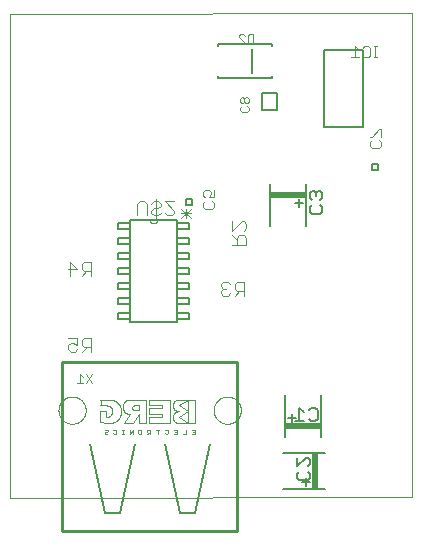
<source format=gbo>
G75*
%MOIN*%
%OFA0B0*%
%FSLAX25Y25*%
%IPPOS*%
%LPD*%
%AMOC8*
5,1,8,0,0,1.08239X$1,22.5*
%
%ADD10C,0.00000*%
%ADD11C,0.00800*%
%ADD12C,0.00700*%
%ADD13R,0.12500X0.01875*%
%ADD14R,0.01875X0.12500*%
%ADD15C,0.00500*%
%ADD16C,0.00400*%
%ADD17C,0.00300*%
%ADD18C,0.00600*%
%ADD19C,0.01000*%
%ADD20C,0.00200*%
%ADD21C,0.00100*%
D10*
X0002200Y0012366D02*
X0002200Y0173783D01*
X0136255Y0173980D01*
X0136255Y0012563D01*
X0002200Y0012366D01*
X0018341Y0041618D02*
X0018343Y0041752D01*
X0018349Y0041886D01*
X0018359Y0042020D01*
X0018373Y0042154D01*
X0018391Y0042287D01*
X0018412Y0042419D01*
X0018438Y0042551D01*
X0018468Y0042682D01*
X0018501Y0042812D01*
X0018538Y0042940D01*
X0018580Y0043068D01*
X0018624Y0043195D01*
X0018673Y0043320D01*
X0018725Y0043443D01*
X0018781Y0043565D01*
X0018841Y0043686D01*
X0018904Y0043804D01*
X0018970Y0043921D01*
X0019040Y0044035D01*
X0019113Y0044148D01*
X0019190Y0044258D01*
X0019270Y0044366D01*
X0019353Y0044471D01*
X0019439Y0044574D01*
X0019528Y0044674D01*
X0019620Y0044772D01*
X0019715Y0044867D01*
X0019813Y0044959D01*
X0019913Y0045048D01*
X0020016Y0045134D01*
X0020121Y0045217D01*
X0020229Y0045297D01*
X0020339Y0045374D01*
X0020452Y0045447D01*
X0020566Y0045517D01*
X0020683Y0045583D01*
X0020801Y0045646D01*
X0020922Y0045706D01*
X0021044Y0045762D01*
X0021167Y0045814D01*
X0021292Y0045863D01*
X0021419Y0045907D01*
X0021547Y0045949D01*
X0021675Y0045986D01*
X0021805Y0046019D01*
X0021936Y0046049D01*
X0022068Y0046075D01*
X0022200Y0046096D01*
X0022333Y0046114D01*
X0022467Y0046128D01*
X0022601Y0046138D01*
X0022735Y0046144D01*
X0022869Y0046146D01*
X0023003Y0046144D01*
X0023137Y0046138D01*
X0023271Y0046128D01*
X0023405Y0046114D01*
X0023538Y0046096D01*
X0023670Y0046075D01*
X0023802Y0046049D01*
X0023933Y0046019D01*
X0024063Y0045986D01*
X0024191Y0045949D01*
X0024319Y0045907D01*
X0024446Y0045863D01*
X0024571Y0045814D01*
X0024694Y0045762D01*
X0024816Y0045706D01*
X0024937Y0045646D01*
X0025055Y0045583D01*
X0025172Y0045517D01*
X0025286Y0045447D01*
X0025399Y0045374D01*
X0025509Y0045297D01*
X0025617Y0045217D01*
X0025722Y0045134D01*
X0025825Y0045048D01*
X0025925Y0044959D01*
X0026023Y0044867D01*
X0026118Y0044772D01*
X0026210Y0044674D01*
X0026299Y0044574D01*
X0026385Y0044471D01*
X0026468Y0044366D01*
X0026548Y0044258D01*
X0026625Y0044148D01*
X0026698Y0044035D01*
X0026768Y0043921D01*
X0026834Y0043804D01*
X0026897Y0043686D01*
X0026957Y0043565D01*
X0027013Y0043443D01*
X0027065Y0043320D01*
X0027114Y0043195D01*
X0027158Y0043068D01*
X0027200Y0042940D01*
X0027237Y0042812D01*
X0027270Y0042682D01*
X0027300Y0042551D01*
X0027326Y0042419D01*
X0027347Y0042287D01*
X0027365Y0042154D01*
X0027379Y0042020D01*
X0027389Y0041886D01*
X0027395Y0041752D01*
X0027397Y0041618D01*
X0027395Y0041484D01*
X0027389Y0041350D01*
X0027379Y0041216D01*
X0027365Y0041082D01*
X0027347Y0040949D01*
X0027326Y0040817D01*
X0027300Y0040685D01*
X0027270Y0040554D01*
X0027237Y0040424D01*
X0027200Y0040296D01*
X0027158Y0040168D01*
X0027114Y0040041D01*
X0027065Y0039916D01*
X0027013Y0039793D01*
X0026957Y0039671D01*
X0026897Y0039550D01*
X0026834Y0039432D01*
X0026768Y0039315D01*
X0026698Y0039201D01*
X0026625Y0039088D01*
X0026548Y0038978D01*
X0026468Y0038870D01*
X0026385Y0038765D01*
X0026299Y0038662D01*
X0026210Y0038562D01*
X0026118Y0038464D01*
X0026023Y0038369D01*
X0025925Y0038277D01*
X0025825Y0038188D01*
X0025722Y0038102D01*
X0025617Y0038019D01*
X0025509Y0037939D01*
X0025399Y0037862D01*
X0025286Y0037789D01*
X0025172Y0037719D01*
X0025055Y0037653D01*
X0024937Y0037590D01*
X0024816Y0037530D01*
X0024694Y0037474D01*
X0024571Y0037422D01*
X0024446Y0037373D01*
X0024319Y0037329D01*
X0024191Y0037287D01*
X0024063Y0037250D01*
X0023933Y0037217D01*
X0023802Y0037187D01*
X0023670Y0037161D01*
X0023538Y0037140D01*
X0023405Y0037122D01*
X0023271Y0037108D01*
X0023137Y0037098D01*
X0023003Y0037092D01*
X0022869Y0037090D01*
X0022735Y0037092D01*
X0022601Y0037098D01*
X0022467Y0037108D01*
X0022333Y0037122D01*
X0022200Y0037140D01*
X0022068Y0037161D01*
X0021936Y0037187D01*
X0021805Y0037217D01*
X0021675Y0037250D01*
X0021547Y0037287D01*
X0021419Y0037329D01*
X0021292Y0037373D01*
X0021167Y0037422D01*
X0021044Y0037474D01*
X0020922Y0037530D01*
X0020801Y0037590D01*
X0020683Y0037653D01*
X0020566Y0037719D01*
X0020452Y0037789D01*
X0020339Y0037862D01*
X0020229Y0037939D01*
X0020121Y0038019D01*
X0020016Y0038102D01*
X0019913Y0038188D01*
X0019813Y0038277D01*
X0019715Y0038369D01*
X0019620Y0038464D01*
X0019528Y0038562D01*
X0019439Y0038662D01*
X0019353Y0038765D01*
X0019270Y0038870D01*
X0019190Y0038978D01*
X0019113Y0039088D01*
X0019040Y0039201D01*
X0018970Y0039315D01*
X0018904Y0039432D01*
X0018841Y0039550D01*
X0018781Y0039671D01*
X0018725Y0039793D01*
X0018673Y0039916D01*
X0018624Y0040041D01*
X0018580Y0040168D01*
X0018538Y0040296D01*
X0018501Y0040424D01*
X0018468Y0040554D01*
X0018438Y0040685D01*
X0018412Y0040817D01*
X0018391Y0040949D01*
X0018373Y0041082D01*
X0018359Y0041216D01*
X0018349Y0041350D01*
X0018343Y0041484D01*
X0018341Y0041618D01*
X0048795Y0105096D02*
X0048794Y0105027D01*
X0048797Y0104959D01*
X0048804Y0104891D01*
X0048815Y0104823D01*
X0048830Y0104756D01*
X0048848Y0104690D01*
X0048870Y0104625D01*
X0048896Y0104561D01*
X0048926Y0104499D01*
X0048958Y0104439D01*
X0048995Y0104381D01*
X0049034Y0104325D01*
X0049077Y0104271D01*
X0049123Y0104220D01*
X0049171Y0104172D01*
X0049223Y0104126D01*
X0049276Y0104084D01*
X0049333Y0104044D01*
X0049391Y0104008D01*
X0049451Y0103975D01*
X0049513Y0103946D01*
X0049577Y0103920D01*
X0049642Y0103898D01*
X0049708Y0103880D01*
X0049775Y0103865D01*
X0049842Y0103855D01*
X0049911Y0103848D01*
X0049979Y0103845D01*
X0050048Y0103846D01*
X0050116Y0103851D01*
X0050184Y0103860D01*
X0050252Y0103873D01*
X0050318Y0103889D01*
X0050384Y0103910D01*
X0050448Y0103934D01*
X0050511Y0103961D01*
X0050572Y0103993D01*
X0050631Y0104027D01*
X0050688Y0104065D01*
X0050743Y0104106D01*
X0050795Y0104151D01*
X0050845Y0104198D01*
X0050892Y0104248D01*
X0050936Y0104300D01*
X0050977Y0104355D01*
X0051015Y0104412D01*
X0051050Y0104472D01*
X0051081Y0104533D01*
X0051108Y0104596D01*
X0051132Y0104660D01*
X0051152Y0104726D01*
X0051169Y0104792D01*
X0051181Y0104860D01*
X0051190Y0104928D01*
X0051195Y0104996D01*
X0070074Y0041618D02*
X0070076Y0041752D01*
X0070082Y0041886D01*
X0070092Y0042020D01*
X0070106Y0042154D01*
X0070124Y0042287D01*
X0070145Y0042419D01*
X0070171Y0042551D01*
X0070201Y0042682D01*
X0070234Y0042812D01*
X0070271Y0042940D01*
X0070313Y0043068D01*
X0070357Y0043195D01*
X0070406Y0043320D01*
X0070458Y0043443D01*
X0070514Y0043565D01*
X0070574Y0043686D01*
X0070637Y0043804D01*
X0070703Y0043921D01*
X0070773Y0044035D01*
X0070846Y0044148D01*
X0070923Y0044258D01*
X0071003Y0044366D01*
X0071086Y0044471D01*
X0071172Y0044574D01*
X0071261Y0044674D01*
X0071353Y0044772D01*
X0071448Y0044867D01*
X0071546Y0044959D01*
X0071646Y0045048D01*
X0071749Y0045134D01*
X0071854Y0045217D01*
X0071962Y0045297D01*
X0072072Y0045374D01*
X0072185Y0045447D01*
X0072299Y0045517D01*
X0072416Y0045583D01*
X0072534Y0045646D01*
X0072655Y0045706D01*
X0072777Y0045762D01*
X0072900Y0045814D01*
X0073025Y0045863D01*
X0073152Y0045907D01*
X0073280Y0045949D01*
X0073408Y0045986D01*
X0073538Y0046019D01*
X0073669Y0046049D01*
X0073801Y0046075D01*
X0073933Y0046096D01*
X0074066Y0046114D01*
X0074200Y0046128D01*
X0074334Y0046138D01*
X0074468Y0046144D01*
X0074602Y0046146D01*
X0074736Y0046144D01*
X0074870Y0046138D01*
X0075004Y0046128D01*
X0075138Y0046114D01*
X0075271Y0046096D01*
X0075403Y0046075D01*
X0075535Y0046049D01*
X0075666Y0046019D01*
X0075796Y0045986D01*
X0075924Y0045949D01*
X0076052Y0045907D01*
X0076179Y0045863D01*
X0076304Y0045814D01*
X0076427Y0045762D01*
X0076549Y0045706D01*
X0076670Y0045646D01*
X0076788Y0045583D01*
X0076905Y0045517D01*
X0077019Y0045447D01*
X0077132Y0045374D01*
X0077242Y0045297D01*
X0077350Y0045217D01*
X0077455Y0045134D01*
X0077558Y0045048D01*
X0077658Y0044959D01*
X0077756Y0044867D01*
X0077851Y0044772D01*
X0077943Y0044674D01*
X0078032Y0044574D01*
X0078118Y0044471D01*
X0078201Y0044366D01*
X0078281Y0044258D01*
X0078358Y0044148D01*
X0078431Y0044035D01*
X0078501Y0043921D01*
X0078567Y0043804D01*
X0078630Y0043686D01*
X0078690Y0043565D01*
X0078746Y0043443D01*
X0078798Y0043320D01*
X0078847Y0043195D01*
X0078891Y0043068D01*
X0078933Y0042940D01*
X0078970Y0042812D01*
X0079003Y0042682D01*
X0079033Y0042551D01*
X0079059Y0042419D01*
X0079080Y0042287D01*
X0079098Y0042154D01*
X0079112Y0042020D01*
X0079122Y0041886D01*
X0079128Y0041752D01*
X0079130Y0041618D01*
X0079128Y0041484D01*
X0079122Y0041350D01*
X0079112Y0041216D01*
X0079098Y0041082D01*
X0079080Y0040949D01*
X0079059Y0040817D01*
X0079033Y0040685D01*
X0079003Y0040554D01*
X0078970Y0040424D01*
X0078933Y0040296D01*
X0078891Y0040168D01*
X0078847Y0040041D01*
X0078798Y0039916D01*
X0078746Y0039793D01*
X0078690Y0039671D01*
X0078630Y0039550D01*
X0078567Y0039432D01*
X0078501Y0039315D01*
X0078431Y0039201D01*
X0078358Y0039088D01*
X0078281Y0038978D01*
X0078201Y0038870D01*
X0078118Y0038765D01*
X0078032Y0038662D01*
X0077943Y0038562D01*
X0077851Y0038464D01*
X0077756Y0038369D01*
X0077658Y0038277D01*
X0077558Y0038188D01*
X0077455Y0038102D01*
X0077350Y0038019D01*
X0077242Y0037939D01*
X0077132Y0037862D01*
X0077019Y0037789D01*
X0076905Y0037719D01*
X0076788Y0037653D01*
X0076670Y0037590D01*
X0076549Y0037530D01*
X0076427Y0037474D01*
X0076304Y0037422D01*
X0076179Y0037373D01*
X0076052Y0037329D01*
X0075924Y0037287D01*
X0075796Y0037250D01*
X0075666Y0037217D01*
X0075535Y0037187D01*
X0075403Y0037161D01*
X0075271Y0037140D01*
X0075138Y0037122D01*
X0075004Y0037108D01*
X0074870Y0037098D01*
X0074736Y0037092D01*
X0074602Y0037090D01*
X0074468Y0037092D01*
X0074334Y0037098D01*
X0074200Y0037108D01*
X0074066Y0037122D01*
X0073933Y0037140D01*
X0073801Y0037161D01*
X0073669Y0037187D01*
X0073538Y0037217D01*
X0073408Y0037250D01*
X0073280Y0037287D01*
X0073152Y0037329D01*
X0073025Y0037373D01*
X0072900Y0037422D01*
X0072777Y0037474D01*
X0072655Y0037530D01*
X0072534Y0037590D01*
X0072416Y0037653D01*
X0072299Y0037719D01*
X0072185Y0037789D01*
X0072072Y0037862D01*
X0071962Y0037939D01*
X0071854Y0038019D01*
X0071749Y0038102D01*
X0071646Y0038188D01*
X0071546Y0038277D01*
X0071448Y0038369D01*
X0071353Y0038464D01*
X0071261Y0038562D01*
X0071172Y0038662D01*
X0071086Y0038765D01*
X0071003Y0038870D01*
X0070923Y0038978D01*
X0070846Y0039088D01*
X0070773Y0039201D01*
X0070703Y0039315D01*
X0070637Y0039432D01*
X0070574Y0039550D01*
X0070514Y0039671D01*
X0070458Y0039793D01*
X0070406Y0039916D01*
X0070357Y0040041D01*
X0070313Y0040168D01*
X0070271Y0040296D01*
X0070234Y0040424D01*
X0070201Y0040554D01*
X0070171Y0040685D01*
X0070145Y0040817D01*
X0070124Y0040949D01*
X0070106Y0041082D01*
X0070092Y0041216D01*
X0070082Y0041350D01*
X0070076Y0041484D01*
X0070074Y0041618D01*
D11*
X0093765Y0046746D02*
X0093765Y0032632D01*
X0093214Y0027337D02*
X0107328Y0027337D01*
X0105753Y0032632D02*
X0105753Y0046746D01*
X0097353Y0039054D02*
X0094853Y0039054D01*
X0100906Y0018936D02*
X0100906Y0016436D01*
X0107328Y0015348D02*
X0093214Y0015348D01*
X0088804Y0102907D02*
X0088804Y0117022D01*
X0097205Y0110600D02*
X0099705Y0110600D01*
X0100793Y0117022D02*
X0100793Y0102907D01*
X0106763Y0136002D02*
X0119763Y0136002D01*
X0119763Y0161802D01*
X0106763Y0161802D01*
X0106763Y0136002D01*
X0089602Y0152327D02*
X0089602Y0152917D01*
X0089602Y0152327D02*
X0071491Y0152327D01*
X0071491Y0152917D01*
X0071491Y0163154D02*
X0071491Y0163744D01*
X0089602Y0163744D01*
X0089602Y0163154D01*
X0082909Y0161972D02*
X0082909Y0154098D01*
D12*
X0102736Y0114589D02*
X0102019Y0113872D01*
X0102019Y0112437D01*
X0102736Y0111720D01*
X0102736Y0109985D02*
X0102019Y0109268D01*
X0102019Y0107833D01*
X0102736Y0107116D01*
X0105605Y0107116D01*
X0106322Y0107833D01*
X0106322Y0109268D01*
X0105605Y0109985D01*
X0105605Y0111720D02*
X0106322Y0112437D01*
X0106322Y0113872D01*
X0105605Y0114589D01*
X0104888Y0114589D01*
X0104170Y0113872D01*
X0103453Y0114589D01*
X0102736Y0114589D01*
X0104170Y0113872D02*
X0104170Y0113154D01*
X0098455Y0111850D02*
X0098455Y0109350D01*
X0098671Y0042354D02*
X0098671Y0038051D01*
X0100106Y0038051D02*
X0097236Y0038051D01*
X0096103Y0037804D02*
X0096103Y0040304D01*
X0098671Y0042354D02*
X0100106Y0040920D01*
X0101840Y0041637D02*
X0102558Y0042354D01*
X0103992Y0042354D01*
X0104709Y0041637D01*
X0104709Y0038768D01*
X0103992Y0038051D01*
X0102558Y0038051D01*
X0101840Y0038768D01*
X0101510Y0025770D02*
X0100793Y0025770D01*
X0097924Y0022901D01*
X0097924Y0025770D01*
X0098641Y0021166D02*
X0097924Y0020449D01*
X0097924Y0019014D01*
X0098641Y0018297D01*
X0101510Y0018297D01*
X0102228Y0019014D01*
X0102228Y0020449D01*
X0101510Y0021166D01*
X0101510Y0022901D02*
X0102228Y0023618D01*
X0102228Y0025053D01*
X0101510Y0025770D01*
X0102156Y0017686D02*
X0099656Y0017686D01*
D13*
X0099759Y0036251D03*
X0094798Y0113402D03*
D14*
X0103708Y0021343D03*
D15*
X0062728Y0110049D02*
X0060728Y0110049D01*
X0060728Y0111849D01*
X0062728Y0111849D01*
X0062728Y0110049D01*
X0086117Y0141671D02*
X0091117Y0141671D01*
X0091117Y0147471D01*
X0086117Y0147471D01*
X0086117Y0141671D01*
X0122932Y0123581D02*
X0122932Y0121781D01*
X0124932Y0121781D01*
X0124932Y0123581D01*
X0122932Y0123581D01*
D16*
X0122800Y0129149D02*
X0122199Y0129749D01*
X0122199Y0130950D01*
X0122800Y0131551D01*
X0122800Y0132832D02*
X0122199Y0132832D01*
X0122800Y0132832D02*
X0125202Y0135234D01*
X0125802Y0135234D01*
X0125802Y0132832D01*
X0125202Y0131551D02*
X0125802Y0130950D01*
X0125802Y0129749D01*
X0125202Y0129149D01*
X0122800Y0129149D01*
X0080921Y0103744D02*
X0080921Y0102209D01*
X0080154Y0101442D01*
X0080154Y0099907D02*
X0078619Y0099907D01*
X0077852Y0099140D01*
X0077852Y0096838D01*
X0077852Y0098372D02*
X0076317Y0099907D01*
X0076317Y0101442D02*
X0079387Y0104511D01*
X0080154Y0104511D01*
X0080921Y0103744D01*
X0080154Y0099907D02*
X0080921Y0099140D01*
X0080921Y0096838D01*
X0076317Y0096838D01*
X0076317Y0101442D02*
X0076317Y0104511D01*
X0070251Y0109434D02*
X0069651Y0108834D01*
X0067249Y0108834D01*
X0066648Y0109434D01*
X0066648Y0110635D01*
X0067249Y0111236D01*
X0067249Y0112517D02*
X0066648Y0113117D01*
X0066648Y0114318D01*
X0067249Y0114919D01*
X0068450Y0114919D01*
X0069050Y0114318D01*
X0069050Y0113718D01*
X0068450Y0112517D01*
X0070251Y0112517D01*
X0070251Y0114919D01*
X0069651Y0111236D02*
X0070251Y0110635D01*
X0070251Y0109434D01*
X0073259Y0084394D02*
X0072491Y0083627D01*
X0072491Y0082860D01*
X0073259Y0082093D01*
X0072491Y0081325D01*
X0072491Y0080558D01*
X0073259Y0079791D01*
X0074793Y0079791D01*
X0075561Y0080558D01*
X0077095Y0079791D02*
X0078630Y0081325D01*
X0077863Y0081325D02*
X0080165Y0081325D01*
X0080165Y0079791D02*
X0080165Y0084394D01*
X0077863Y0084394D01*
X0077095Y0083627D01*
X0077095Y0082093D01*
X0077863Y0081325D01*
X0075561Y0083627D02*
X0074793Y0084394D01*
X0073259Y0084394D01*
X0073259Y0082093D02*
X0074026Y0082093D01*
X0029106Y0086405D02*
X0029106Y0091009D01*
X0026804Y0091009D01*
X0026037Y0090241D01*
X0026037Y0088707D01*
X0026804Y0087939D01*
X0029106Y0087939D01*
X0027572Y0087939D02*
X0026037Y0086405D01*
X0024502Y0088707D02*
X0021433Y0088707D01*
X0022200Y0086405D02*
X0022200Y0091009D01*
X0024502Y0088707D01*
X0024655Y0065694D02*
X0021586Y0065694D01*
X0022353Y0064159D02*
X0021586Y0063392D01*
X0021586Y0061857D01*
X0022353Y0061090D01*
X0023888Y0061090D01*
X0024655Y0061857D01*
X0024655Y0063392D02*
X0023120Y0064159D01*
X0022353Y0064159D01*
X0024655Y0063392D02*
X0024655Y0065694D01*
X0026190Y0064926D02*
X0026190Y0063392D01*
X0026957Y0062624D01*
X0029259Y0062624D01*
X0029259Y0061090D02*
X0029259Y0065694D01*
X0026957Y0065694D01*
X0026190Y0064926D01*
X0027724Y0062624D02*
X0026190Y0061090D01*
D17*
X0025564Y0053636D02*
X0025564Y0050733D01*
X0024597Y0050733D02*
X0026532Y0050733D01*
X0027543Y0050733D02*
X0029478Y0053636D01*
X0027543Y0053636D02*
X0029478Y0050733D01*
X0026532Y0052668D02*
X0025564Y0053636D01*
X0059309Y0105630D02*
X0062445Y0108766D01*
X0062445Y0107198D02*
X0059309Y0107198D01*
X0059309Y0108766D02*
X0062445Y0105630D01*
X0060877Y0105630D02*
X0060877Y0108766D01*
X0056977Y0108116D02*
X0056977Y0107332D01*
X0056193Y0106548D01*
X0054625Y0106548D01*
X0053841Y0107332D01*
X0052373Y0107332D02*
X0051589Y0106548D01*
X0050021Y0106548D01*
X0049237Y0107332D01*
X0049237Y0108116D01*
X0050021Y0108900D01*
X0051589Y0108900D01*
X0052373Y0109684D01*
X0052373Y0110468D01*
X0051589Y0111252D01*
X0050021Y0111252D01*
X0049237Y0110468D01*
X0047769Y0110468D02*
X0047769Y0106548D01*
X0050805Y0105764D02*
X0050805Y0112036D01*
X0053841Y0111252D02*
X0056977Y0108116D01*
X0056977Y0111252D02*
X0053841Y0111252D01*
X0047769Y0110468D02*
X0046985Y0111252D01*
X0045417Y0111252D01*
X0044633Y0110468D01*
X0044633Y0106548D01*
X0079370Y0141040D02*
X0078886Y0141524D01*
X0078886Y0142492D01*
X0079370Y0142975D01*
X0079370Y0143987D02*
X0079854Y0143987D01*
X0080337Y0144471D01*
X0080337Y0145438D01*
X0079854Y0145922D01*
X0079370Y0145922D01*
X0078886Y0145438D01*
X0078886Y0144471D01*
X0079370Y0143987D01*
X0080337Y0144471D02*
X0080821Y0143987D01*
X0081305Y0143987D01*
X0081789Y0144471D01*
X0081789Y0145438D01*
X0081305Y0145922D01*
X0080821Y0145922D01*
X0080337Y0145438D01*
X0081305Y0142975D02*
X0081789Y0142492D01*
X0081789Y0141524D01*
X0081305Y0141040D01*
X0079370Y0141040D01*
X0078432Y0163997D02*
X0080367Y0163997D01*
X0078432Y0165932D01*
X0078432Y0166416D01*
X0078915Y0166900D01*
X0079883Y0166900D01*
X0080367Y0166416D01*
X0081378Y0166416D02*
X0081862Y0166900D01*
X0083313Y0166900D01*
X0083313Y0163997D01*
X0081862Y0163997D01*
X0081378Y0164481D01*
X0081378Y0166416D01*
X0115999Y0159191D02*
X0118467Y0159191D01*
X0117233Y0159191D02*
X0117233Y0162895D01*
X0118467Y0161660D01*
X0119682Y0162277D02*
X0120299Y0162895D01*
X0121533Y0162895D01*
X0122151Y0162277D01*
X0122151Y0159809D01*
X0121533Y0159191D01*
X0120299Y0159191D01*
X0119682Y0159809D01*
X0123372Y0159191D02*
X0124606Y0159191D01*
X0123989Y0159191D02*
X0123989Y0162895D01*
X0124606Y0162895D02*
X0123372Y0162895D01*
D18*
X0061795Y0103996D02*
X0061795Y0101996D01*
X0057695Y0101996D01*
X0057695Y0103996D01*
X0061795Y0103996D01*
X0057695Y0104996D02*
X0057695Y0070996D01*
X0042295Y0070996D01*
X0042295Y0104996D01*
X0051195Y0104996D01*
X0057695Y0104996D01*
X0057695Y0098996D02*
X0061795Y0098996D01*
X0061795Y0096996D01*
X0057695Y0096996D01*
X0057695Y0098996D01*
X0057695Y0093996D02*
X0061795Y0093996D01*
X0061795Y0091996D01*
X0057695Y0091996D01*
X0057695Y0093996D01*
X0057695Y0088996D02*
X0061795Y0088996D01*
X0061795Y0086996D01*
X0057695Y0086996D01*
X0057695Y0088996D01*
X0057695Y0083996D02*
X0061795Y0083996D01*
X0061795Y0081996D01*
X0057695Y0081996D01*
X0057695Y0083996D01*
X0057695Y0078996D02*
X0061795Y0078996D01*
X0061795Y0076996D01*
X0057695Y0076996D01*
X0057695Y0078996D01*
X0057695Y0073996D02*
X0061795Y0073996D01*
X0061795Y0071996D01*
X0057695Y0071996D01*
X0057695Y0073996D01*
X0042295Y0073996D02*
X0042295Y0071996D01*
X0038195Y0071996D01*
X0038195Y0073996D01*
X0042295Y0073996D01*
X0042295Y0076996D02*
X0038195Y0076996D01*
X0038195Y0078996D01*
X0042295Y0078996D01*
X0042295Y0076996D01*
X0042295Y0081996D02*
X0038195Y0081996D01*
X0038195Y0083996D01*
X0042295Y0083996D01*
X0042295Y0081996D01*
X0042295Y0086996D02*
X0038195Y0086996D01*
X0038195Y0088996D01*
X0042295Y0088996D01*
X0042295Y0086996D01*
X0042295Y0091996D02*
X0038195Y0091996D01*
X0038195Y0093996D01*
X0042295Y0093996D01*
X0042295Y0091996D01*
X0042295Y0096996D02*
X0038195Y0096996D01*
X0038195Y0098996D01*
X0042295Y0098996D01*
X0042295Y0096996D01*
X0042295Y0101996D02*
X0038195Y0101996D01*
X0038195Y0103996D01*
X0042295Y0103996D01*
X0042295Y0101996D01*
X0043735Y0030319D02*
X0038735Y0007287D01*
X0033735Y0007287D01*
X0028735Y0030319D01*
X0053735Y0030319D02*
X0058735Y0007287D01*
X0063735Y0007287D01*
X0068735Y0030319D01*
D19*
X0077869Y0057799D02*
X0077869Y0001500D01*
X0019602Y0001500D01*
X0019602Y0057799D01*
X0077869Y0057799D01*
D20*
X0063834Y0045161D02*
X0061373Y0045161D01*
X0058420Y0045161D01*
X0058420Y0045162D02*
X0058333Y0045160D01*
X0058246Y0045154D01*
X0058159Y0045145D01*
X0058073Y0045131D01*
X0057988Y0045114D01*
X0057903Y0045093D01*
X0057820Y0045068D01*
X0057737Y0045040D01*
X0057656Y0045008D01*
X0057577Y0044972D01*
X0057499Y0044933D01*
X0057423Y0044891D01*
X0057349Y0044845D01*
X0057277Y0044796D01*
X0057207Y0044744D01*
X0057140Y0044689D01*
X0057075Y0044631D01*
X0057012Y0044570D01*
X0056953Y0044506D01*
X0056896Y0044440D01*
X0056843Y0044371D01*
X0056792Y0044300D01*
X0056745Y0044227D01*
X0056700Y0044152D01*
X0056660Y0044075D01*
X0056622Y0043997D01*
X0056589Y0043916D01*
X0056558Y0043835D01*
X0056532Y0043752D01*
X0056509Y0043667D01*
X0056490Y0043582D01*
X0056475Y0043497D01*
X0056463Y0043410D01*
X0056455Y0043324D01*
X0056451Y0043237D01*
X0056451Y0043149D01*
X0056455Y0043062D01*
X0056463Y0042976D01*
X0056475Y0042889D01*
X0056490Y0042804D01*
X0056509Y0042719D01*
X0056532Y0042634D01*
X0056558Y0042551D01*
X0056589Y0042470D01*
X0056622Y0042389D01*
X0056660Y0042311D01*
X0056700Y0042234D01*
X0056745Y0042159D01*
X0056792Y0042086D01*
X0056843Y0042015D01*
X0056896Y0041946D01*
X0056953Y0041880D01*
X0057012Y0041816D01*
X0057075Y0041755D01*
X0057140Y0041697D01*
X0057207Y0041642D01*
X0057277Y0041590D01*
X0057349Y0041541D01*
X0057423Y0041495D01*
X0057499Y0041453D01*
X0057577Y0041414D01*
X0057656Y0041378D01*
X0057737Y0041346D01*
X0057820Y0041318D01*
X0057903Y0041293D01*
X0057988Y0041272D01*
X0058073Y0041255D01*
X0058159Y0041241D01*
X0058246Y0041232D01*
X0058333Y0041226D01*
X0058420Y0041224D01*
X0058420Y0041225D02*
X0058333Y0041223D01*
X0058246Y0041217D01*
X0058159Y0041208D01*
X0058073Y0041194D01*
X0057988Y0041177D01*
X0057903Y0041156D01*
X0057820Y0041131D01*
X0057737Y0041103D01*
X0057656Y0041071D01*
X0057577Y0041035D01*
X0057499Y0040996D01*
X0057423Y0040954D01*
X0057349Y0040908D01*
X0057277Y0040859D01*
X0057207Y0040807D01*
X0057140Y0040752D01*
X0057075Y0040694D01*
X0057012Y0040633D01*
X0056953Y0040569D01*
X0056896Y0040503D01*
X0056843Y0040434D01*
X0056792Y0040363D01*
X0056745Y0040290D01*
X0056700Y0040215D01*
X0056660Y0040138D01*
X0056622Y0040060D01*
X0056589Y0039979D01*
X0056558Y0039898D01*
X0056532Y0039815D01*
X0056509Y0039730D01*
X0056490Y0039645D01*
X0056475Y0039560D01*
X0056463Y0039473D01*
X0056455Y0039387D01*
X0056451Y0039300D01*
X0056451Y0039212D01*
X0056455Y0039125D01*
X0056463Y0039039D01*
X0056475Y0038952D01*
X0056490Y0038867D01*
X0056509Y0038782D01*
X0056532Y0038697D01*
X0056558Y0038614D01*
X0056589Y0038533D01*
X0056622Y0038452D01*
X0056660Y0038374D01*
X0056700Y0038297D01*
X0056745Y0038222D01*
X0056792Y0038149D01*
X0056843Y0038078D01*
X0056896Y0038009D01*
X0056953Y0037943D01*
X0057012Y0037879D01*
X0057075Y0037818D01*
X0057140Y0037760D01*
X0057207Y0037705D01*
X0057277Y0037653D01*
X0057349Y0037604D01*
X0057423Y0037558D01*
X0057499Y0037516D01*
X0057577Y0037477D01*
X0057656Y0037441D01*
X0057737Y0037409D01*
X0057820Y0037381D01*
X0057903Y0037356D01*
X0057988Y0037335D01*
X0058073Y0037318D01*
X0058159Y0037304D01*
X0058246Y0037295D01*
X0058333Y0037289D01*
X0058420Y0037287D01*
X0061373Y0037287D01*
X0058420Y0039256D01*
X0061373Y0041224D01*
X0058420Y0043193D01*
X0061373Y0045161D01*
X0061373Y0041224D01*
X0061373Y0037287D01*
X0063834Y0037287D01*
X0063834Y0045161D01*
X0055468Y0045161D02*
X0055468Y0037287D01*
X0048578Y0037287D01*
X0048578Y0039256D01*
X0053007Y0039256D01*
X0053007Y0040240D01*
X0048578Y0040240D01*
X0048578Y0042209D01*
X0053007Y0042209D01*
X0053007Y0043193D01*
X0048578Y0043193D01*
X0048578Y0045161D01*
X0055468Y0045161D01*
X0047594Y0045161D02*
X0047594Y0037287D01*
X0045133Y0037287D01*
X0045133Y0040240D01*
X0043165Y0037287D01*
X0040212Y0037287D01*
X0042180Y0040240D01*
X0043657Y0041717D02*
X0045133Y0041717D01*
X0045133Y0043193D01*
X0043657Y0043193D01*
X0043604Y0043191D01*
X0043552Y0043185D01*
X0043500Y0043176D01*
X0043449Y0043163D01*
X0043399Y0043146D01*
X0043350Y0043126D01*
X0043303Y0043103D01*
X0043258Y0043076D01*
X0043215Y0043046D01*
X0043174Y0043013D01*
X0043135Y0042977D01*
X0043099Y0042938D01*
X0043066Y0042897D01*
X0043036Y0042854D01*
X0043009Y0042809D01*
X0042986Y0042762D01*
X0042966Y0042713D01*
X0042949Y0042663D01*
X0042936Y0042612D01*
X0042927Y0042560D01*
X0042921Y0042508D01*
X0042919Y0042455D01*
X0042921Y0042402D01*
X0042927Y0042350D01*
X0042936Y0042298D01*
X0042949Y0042247D01*
X0042966Y0042197D01*
X0042986Y0042148D01*
X0043009Y0042101D01*
X0043036Y0042056D01*
X0043066Y0042013D01*
X0043099Y0041972D01*
X0043135Y0041933D01*
X0043174Y0041897D01*
X0043215Y0041864D01*
X0043258Y0041834D01*
X0043303Y0041807D01*
X0043350Y0041784D01*
X0043399Y0041764D01*
X0043449Y0041747D01*
X0043500Y0041734D01*
X0043552Y0041725D01*
X0043604Y0041719D01*
X0043657Y0041717D01*
X0042180Y0040240D02*
X0042082Y0040242D01*
X0041984Y0040248D01*
X0041887Y0040257D01*
X0041790Y0040271D01*
X0041694Y0040288D01*
X0041598Y0040310D01*
X0041504Y0040335D01*
X0041410Y0040363D01*
X0041318Y0040396D01*
X0041227Y0040432D01*
X0041137Y0040472D01*
X0041050Y0040515D01*
X0040964Y0040562D01*
X0040880Y0040612D01*
X0040798Y0040665D01*
X0040718Y0040722D01*
X0040640Y0040781D01*
X0040565Y0040844D01*
X0040492Y0040910D01*
X0040423Y0040978D01*
X0040355Y0041049D01*
X0040291Y0041123D01*
X0040230Y0041200D01*
X0040172Y0041278D01*
X0040117Y0041359D01*
X0040065Y0041442D01*
X0040017Y0041527D01*
X0039972Y0041614D01*
X0039930Y0041703D01*
X0039893Y0041793D01*
X0039858Y0041885D01*
X0039828Y0041978D01*
X0039801Y0042072D01*
X0039778Y0042167D01*
X0039758Y0042263D01*
X0039743Y0042360D01*
X0039731Y0042457D01*
X0039723Y0042554D01*
X0039719Y0042652D01*
X0039719Y0042750D01*
X0039723Y0042848D01*
X0039731Y0042945D01*
X0039743Y0043042D01*
X0039758Y0043139D01*
X0039778Y0043235D01*
X0039801Y0043330D01*
X0039828Y0043424D01*
X0039858Y0043517D01*
X0039893Y0043609D01*
X0039930Y0043699D01*
X0039972Y0043788D01*
X0040017Y0043875D01*
X0040065Y0043960D01*
X0040117Y0044043D01*
X0040172Y0044124D01*
X0040230Y0044202D01*
X0040291Y0044279D01*
X0040355Y0044353D01*
X0040423Y0044424D01*
X0040492Y0044492D01*
X0040565Y0044558D01*
X0040640Y0044621D01*
X0040718Y0044680D01*
X0040798Y0044737D01*
X0040880Y0044790D01*
X0040964Y0044840D01*
X0041050Y0044887D01*
X0041137Y0044930D01*
X0041227Y0044970D01*
X0041318Y0045006D01*
X0041410Y0045039D01*
X0041504Y0045067D01*
X0041598Y0045092D01*
X0041694Y0045114D01*
X0041790Y0045131D01*
X0041887Y0045145D01*
X0041984Y0045154D01*
X0042082Y0045160D01*
X0042180Y0045162D01*
X0042180Y0045161D02*
X0047594Y0045161D01*
X0035290Y0037287D02*
X0035075Y0037290D01*
X0034861Y0037299D01*
X0034646Y0037312D01*
X0034432Y0037330D01*
X0034219Y0037353D01*
X0034006Y0037381D01*
X0033794Y0037414D01*
X0033582Y0037452D01*
X0033372Y0037495D01*
X0033163Y0037542D01*
X0032954Y0037594D01*
X0032747Y0037651D01*
X0032542Y0037713D01*
X0032337Y0037779D01*
X0032338Y0037780D02*
X0032338Y0041224D01*
X0034306Y0041224D01*
X0034306Y0039255D02*
X0034393Y0039257D01*
X0034480Y0039263D01*
X0034567Y0039272D01*
X0034653Y0039286D01*
X0034738Y0039303D01*
X0034823Y0039324D01*
X0034906Y0039349D01*
X0034989Y0039377D01*
X0035070Y0039409D01*
X0035149Y0039445D01*
X0035227Y0039484D01*
X0035303Y0039526D01*
X0035377Y0039572D01*
X0035449Y0039621D01*
X0035519Y0039673D01*
X0035586Y0039728D01*
X0035651Y0039786D01*
X0035714Y0039847D01*
X0035773Y0039911D01*
X0035830Y0039977D01*
X0035883Y0040046D01*
X0035934Y0040117D01*
X0035981Y0040190D01*
X0036026Y0040265D01*
X0036066Y0040342D01*
X0036104Y0040420D01*
X0036137Y0040501D01*
X0036168Y0040582D01*
X0036194Y0040665D01*
X0036217Y0040750D01*
X0036236Y0040835D01*
X0036251Y0040920D01*
X0036263Y0041007D01*
X0036271Y0041093D01*
X0036275Y0041180D01*
X0036275Y0041268D01*
X0036271Y0041355D01*
X0036263Y0041441D01*
X0036251Y0041528D01*
X0036236Y0041613D01*
X0036217Y0041698D01*
X0036194Y0041783D01*
X0036168Y0041866D01*
X0036137Y0041947D01*
X0036104Y0042028D01*
X0036066Y0042106D01*
X0036026Y0042183D01*
X0035981Y0042258D01*
X0035934Y0042331D01*
X0035883Y0042402D01*
X0035830Y0042471D01*
X0035773Y0042537D01*
X0035714Y0042601D01*
X0035651Y0042662D01*
X0035586Y0042720D01*
X0035519Y0042775D01*
X0035449Y0042827D01*
X0035377Y0042876D01*
X0035303Y0042922D01*
X0035227Y0042964D01*
X0035149Y0043003D01*
X0035070Y0043039D01*
X0034989Y0043071D01*
X0034906Y0043099D01*
X0034823Y0043124D01*
X0034738Y0043145D01*
X0034653Y0043162D01*
X0034567Y0043176D01*
X0034480Y0043185D01*
X0034393Y0043191D01*
X0034306Y0043193D01*
X0032357Y0043193D02*
X0032357Y0044945D01*
X0034306Y0041224D02*
X0034306Y0039256D01*
X0035291Y0037287D02*
X0035415Y0037289D01*
X0035538Y0037295D01*
X0035662Y0037304D01*
X0035784Y0037318D01*
X0035907Y0037335D01*
X0036029Y0037357D01*
X0036150Y0037382D01*
X0036270Y0037411D01*
X0036389Y0037443D01*
X0036508Y0037480D01*
X0036625Y0037520D01*
X0036740Y0037563D01*
X0036855Y0037611D01*
X0036967Y0037662D01*
X0037078Y0037716D01*
X0037188Y0037774D01*
X0037295Y0037835D01*
X0037401Y0037900D01*
X0037504Y0037968D01*
X0037605Y0038039D01*
X0037704Y0038113D01*
X0037801Y0038190D01*
X0037895Y0038271D01*
X0037986Y0038354D01*
X0038075Y0038440D01*
X0038161Y0038529D01*
X0038244Y0038620D01*
X0038325Y0038714D01*
X0038402Y0038811D01*
X0038476Y0038910D01*
X0038547Y0039011D01*
X0038615Y0039114D01*
X0038680Y0039220D01*
X0038741Y0039327D01*
X0038799Y0039437D01*
X0038853Y0039548D01*
X0038904Y0039660D01*
X0038952Y0039775D01*
X0038995Y0039890D01*
X0039035Y0040007D01*
X0039072Y0040126D01*
X0039104Y0040245D01*
X0039133Y0040365D01*
X0039158Y0040486D01*
X0039180Y0040608D01*
X0039197Y0040731D01*
X0039211Y0040853D01*
X0039220Y0040977D01*
X0039226Y0041100D01*
X0039228Y0041224D01*
X0039226Y0041348D01*
X0039220Y0041471D01*
X0039211Y0041595D01*
X0039197Y0041717D01*
X0039180Y0041840D01*
X0039158Y0041962D01*
X0039133Y0042083D01*
X0039104Y0042203D01*
X0039072Y0042322D01*
X0039035Y0042441D01*
X0038995Y0042558D01*
X0038952Y0042673D01*
X0038904Y0042788D01*
X0038853Y0042900D01*
X0038799Y0043011D01*
X0038741Y0043121D01*
X0038680Y0043228D01*
X0038615Y0043334D01*
X0038547Y0043437D01*
X0038476Y0043538D01*
X0038402Y0043637D01*
X0038325Y0043734D01*
X0038244Y0043828D01*
X0038161Y0043919D01*
X0038075Y0044008D01*
X0037986Y0044094D01*
X0037895Y0044177D01*
X0037801Y0044258D01*
X0037704Y0044335D01*
X0037605Y0044409D01*
X0037504Y0044480D01*
X0037401Y0044548D01*
X0037295Y0044613D01*
X0037188Y0044674D01*
X0037078Y0044732D01*
X0036967Y0044786D01*
X0036855Y0044837D01*
X0036740Y0044885D01*
X0036625Y0044928D01*
X0036508Y0044968D01*
X0036389Y0045005D01*
X0036270Y0045037D01*
X0036150Y0045066D01*
X0036029Y0045091D01*
X0035907Y0045113D01*
X0035784Y0045130D01*
X0035662Y0045144D01*
X0035538Y0045153D01*
X0035415Y0045159D01*
X0035291Y0045161D01*
X0034306Y0043193D02*
X0034128Y0043214D01*
X0033949Y0043232D01*
X0033770Y0043244D01*
X0033591Y0043253D01*
X0033412Y0043257D01*
X0033232Y0043257D01*
X0033053Y0043253D01*
X0032874Y0043244D01*
X0032695Y0043232D01*
X0032516Y0043214D01*
X0032338Y0043193D01*
X0032298Y0044945D02*
X0032627Y0045000D01*
X0032958Y0045047D01*
X0033289Y0045087D01*
X0033622Y0045119D01*
X0033955Y0045143D01*
X0034288Y0045159D01*
X0034622Y0045168D01*
X0034956Y0045168D01*
X0035290Y0045161D01*
D21*
X0034461Y0035138D02*
X0034711Y0034888D01*
X0034711Y0034637D01*
X0034461Y0034387D01*
X0033961Y0034387D01*
X0033711Y0034137D01*
X0033711Y0033887D01*
X0033961Y0033637D01*
X0034461Y0033637D01*
X0034711Y0033887D01*
X0034461Y0035138D02*
X0033961Y0035138D01*
X0033711Y0034888D01*
X0036657Y0034888D02*
X0036907Y0035138D01*
X0037408Y0035138D01*
X0037658Y0034888D01*
X0037658Y0033887D01*
X0037408Y0033637D01*
X0036907Y0033637D01*
X0036657Y0033887D01*
X0039613Y0033637D02*
X0040113Y0033637D01*
X0039863Y0033637D02*
X0039863Y0035138D01*
X0040113Y0035138D02*
X0039613Y0035138D01*
X0042059Y0035138D02*
X0042059Y0033637D01*
X0043060Y0035138D01*
X0043060Y0033637D01*
X0045006Y0033887D02*
X0045006Y0034888D01*
X0045256Y0035138D01*
X0045756Y0035138D01*
X0046006Y0034888D01*
X0046006Y0033887D01*
X0045756Y0033637D01*
X0045256Y0033637D01*
X0045006Y0033887D01*
X0047952Y0033637D02*
X0048452Y0034137D01*
X0048202Y0034137D02*
X0048953Y0034137D01*
X0048953Y0033637D02*
X0048953Y0035138D01*
X0048202Y0035138D01*
X0047952Y0034888D01*
X0047952Y0034387D01*
X0048202Y0034137D01*
X0050899Y0035138D02*
X0051899Y0035138D01*
X0051399Y0035138D02*
X0051399Y0033637D01*
X0053845Y0033887D02*
X0054095Y0033637D01*
X0054596Y0033637D01*
X0054846Y0033887D01*
X0054846Y0034888D01*
X0054596Y0035138D01*
X0054095Y0035138D01*
X0053845Y0034888D01*
X0056792Y0035138D02*
X0057792Y0035138D01*
X0057792Y0033637D01*
X0056792Y0033637D01*
X0057292Y0034387D02*
X0057792Y0034387D01*
X0059738Y0033637D02*
X0060739Y0033637D01*
X0060739Y0035138D01*
X0062685Y0035138D02*
X0063685Y0035138D01*
X0063685Y0033637D01*
X0062685Y0033637D01*
X0063185Y0034387D02*
X0063685Y0034387D01*
M02*

</source>
